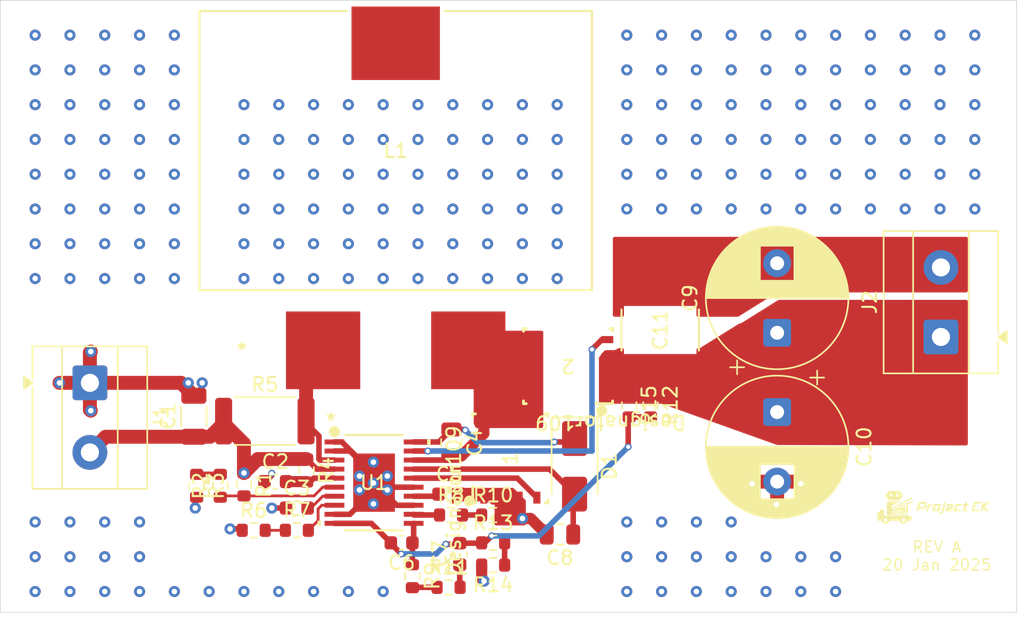
<source format=kicad_pcb>
(kicad_pcb (version 20241229) (generator "pcbnew") (generator_version "9.0")
  (layers (0 "F.Cu" signal) (4 "In1.Cu" signal) (6 "In2.Cu" signal) (2 "B.Cu" signal) (13 "F.Paste" user) (15 "B.Paste" user) (5 "F.SilkS" user "F.Silkscreen") (7 "B.SilkS" user "B.Silkscreen") (1 "F.Mask" user) (3 "B.Mask" user) (25 "Edge.Cuts" user))
  (property "PROJECTNAME" "")
  (property "SHEETTOTAL" "1")
  (net 0 "")
  (net 1 "/SW")
  (net 2 "GND")
  (net 3 "/LO")
  (net 4 "+36V")
  (net 5 "/HO")
  (net 6 "+24V")
  (net 7 "/VIN")
  (net 8 "/SS")
  (net 9 "/BST")
  (net 10 "/RES")
  (net 11 "/COMP")
  (net 12 "FB")
  (net 13 "Net-(C7-Pad1)")
  (net 14 "/VCC")
  (net 15 "/CSN")
  (net 16 "/UVLO")
  (net 17 "Net-(R2-Pad2)")
  (net 18 "Net-(R6-Pad2)")
  (net 19 "/SYNCIN")
  (net 20 "Net-(R10-Pad1)")
  (net 21 "/SLOPE")
  (net 22 "Net-(R11-Pad1)")
  (net 23 "Net-(R13-Pad2)")
  (footprint "Resistor_SMD:R_0603_1608Metric" (layer "F.Cu") (at 175.4 150.6 180)
    (property "Reference" "R14" (at 0 -1.43 0) (layer "F.SilkS"))
    (property "Value" "1.5kΩ")
    (pad "1" smd roundrect (at -0.825 0 180) (size 0.8 0.95) (layers "F.Cu" "F.Mask" "F.Paste") (net 23 "Net-(R13-Pad2)"))
    (pad "2" smd roundrect (at 0.825 0 180) (size 0.8 0.95) (layers "F.Cu" "F.Mask" "F.Paste") (net 2 "GND"))
  )
  (footprint "TerminalBlock_MetzConnect:TerminalBlock_MetzConnect_Type055_RT01502HDWU_1x02_P5.00mm_Horizontal" (layer "F.Cu") (at 207.5675 134.2 90)
    (property "Reference" "J2" (at 2.5 -5.12 90) (layer "F.SilkS"))
    (property "Value" "Conn_01x02_Socket")
    (pad "1" thru_hole roundrect (at 0 0 90) (size 2.5 2.5) (drill 1.3) (layers "*.Cu" "*.Mask") (roundrect_rratio 0.1) (net 4 "+36V"))
    (pad "2" thru_hole circle (at 5 0 90) (size 2.5 2.5) (drill 1.3) (layers "*.Cu" "*.Mask") (net 2 "GND"))
  )
  (footprint "Resistor_SMD:R_0603_1608Metric" (layer "F.Cu") (at 175.4 149)
    (property "Reference" "R13" (at 0 -1.43 0) (layer "F.SilkS"))
    (property "Value" "100Ω")
    (pad "1" smd roundrect (at -0.825 0) (size 0.8 0.95) (layers "F.Cu" "F.Mask" "F.Paste") (net 12 "FB"))
    (pad "2" smd roundrect (at 0.825 0) (size 0.8 0.95) (layers "F.Cu" "F.Mask" "F.Paste") (net 23 "Net-(R13-Pad2)"))
  )
  (footprint "Resistor_SMD:R_2512_6332Metric" (layer "F.Cu") (at 159 140.25)
    (property "Reference" "R5" (at 0 -2.63 0) (layer "F.SilkS"))
    (property "Value" "2mΩ")
    (pad "1" smd roundrect (at -2.9625 0) (size 1.225 3.35) (layers "F.Cu" "F.Mask" "F.Paste") (roundrect_rratio 0.204082) (net 6 "+24V"))
    (pad "2" smd roundrect (at 2.9625 0) (size 1.225 3.35) (layers "F.Cu" "F.Mask" "F.Paste") (roundrect_rratio 0.204082) (net 15 "/CSN"))
  )
  (footprint "Resistor_SMD:R_0603_1608Metric" (layer "F.Cu") (at 172.2 152.2)
    (property "Reference" "R11" (at 0 -1.43 0) (layer "F.SilkS"))
    (property "Value" "3.9kΩ")
    (pad "1" smd roundrect (at -0.825 0) (size 0.8 0.95) (layers "F.Cu" "F.Mask" "F.Paste") (net 22 "Net-(R11-Pad1)"))
    (pad "2" smd roundrect (at 0.825 0) (size 0.8 0.95) (layers "F.Cu" "F.Mask" "F.Paste") (net 13 "Net-(C7-Pad1)"))
  )
  (footprint "Boost_Converter_Footprint_Library:DNK0008A" (layer "F.Cu") (at 180.780001 136.295 180)
    (property "Reference" "2" (at 0 0 180) (layer "F.SilkS"))
    (property "Value" "CSD18540Q5B")
    (fp_text user "Designator109" (at -3.048 -4.064 180) (layer "F.SilkS"))
    (pad "1" smd rect (at -2.819999 -1.905 180) (size 0.860001 0.509999) (layers "F.Cu" "F.Mask" "F.Paste") (net 4 "+36V"))
    (pad "2" smd rect (at -2.819999 -0.635 180) (size 0.860001 0.509999) (layers "F.Cu" "F.Mask" "F.Paste") (net 4 "+36V"))
    (pad "3" smd rect (at -2.819999 0.635 180) (size 0.860001 0.509999) (layers "F.Cu" "F.Mask" "F.Paste") (net 4 "+36V"))
    (pad "4" smd rect (at -2.819999 1.905 180) (size 0.860001 0.509999) (layers "F.Cu" "F.Mask" "F.Paste") (net 5 "/HO"))
    (pad "5" smd rect (at 2.819999 1.905 180) (size 0.860001 0.509999) (layers "F.Cu" "F.Mask" "F.Paste") (net 1 "/SW"))
    (pad "6" smd rect (at 2.819999 0.635 180) (size 0.860001 0.509999) (layers "F.Cu" "F.Mask" "F.Paste") (net 1 "/SW"))
    (pad "7" smd rect (at 2.819999 -0.635 180) (size 0.860001 0.509999) (layers "F.Cu" "F.Mask" "F.Paste") (net 1 "/SW"))
    (pad "8" smd rect (at 2.819999 -1.905 180) (size 0.860001 0.509999) (layers "F.Cu" "F.Mask" "F.Paste") (net 1 "/SW"))
  )
  (footprint "Resistor_SMD:R_0603_1608Metric" (layer "F.Cu") (at 169.6 151.4 -90)
    (property "Reference" "R9" (at 0 -1.43 90) (layer "F.SilkS"))
    (property "Value" "510Ω")
    (pad "1" smd roundrect (at -0.825 0 270) (size 0.8 0.95) (layers "F.Cu" "F.Mask" "F.Paste") (net 11 "/COMP"))
    (pad "2" smd roundrect (at 0.825 0 270) (size 0.8 0.95) (layers "F.Cu" "F.Mask" "F.Paste") (net 22 "Net-(R11-Pad1)"))
  )
  (footprint "Capacitor_SMD:C_0603_1608Metric" (layer "F.Cu") (at 161.3 146.5)
    (property "Reference" "C3" (at 0 -1.43 0) (layer "F.SilkS"))
    (property "Value" "33nF")
    (pad "1" smd roundrect (at -0.775 0) (size 0.9 0.95) (layers "F.Cu" "F.Mask" "F.Paste") (net 2 "GND"))
    (pad "2" smd roundrect (at 0.775 0) (size 0.9 0.95) (layers "F.Cu" "F.Mask" "F.Paste") (net 8 "/SS"))
  )
  (footprint "Resistor_SMD:R_0603_1608Metric" (layer "F.Cu") (at 154.1 144.9 -90)
    (property "Reference" "R3" (at 0 -1.43 90) (layer "F.SilkS"))
    (property "Value" "620 Ω")
    (pad "1" smd roundrect (at -0.825 0 270) (size 0.8 0.95) (layers "F.Cu" "F.Mask" "F.Paste") (net 17 "Net-(R2-Pad2)"))
    (pad "2" smd roundrect (at 0.825 0 270) (size 0.8 0.95) (layers "F.Cu" "F.Mask" "F.Paste") (net 2 "GND"))
  )
  (footprint "Capacitor_SMD:C_1206_3216Metric" (layer "F.Cu") (at 153.9 139.9 90)
    (property "Reference" "C1" (at 0 -1.85 90) (layer "F.SilkS"))
    (property "Value" "47uF")
    (pad "1" smd roundrect (at -1.475 0 90) (size 1.15 1.8) (layers "F.Cu" "F.Mask" "F.Paste") (roundrect_rratio 0.217391) (net 6 "+24V"))
    (pad "2" smd roundrect (at 1.475 0 90) (size 1.15 1.8) (layers "F.Cu" "F.Mask" "F.Paste") (roundrect_rratio 0.217391) (net 2 "GND"))
  )
  (footprint "Resistor_SMD:R_0603_1608Metric" (layer "F.Cu") (at 161.3 148.1)
    (property "Reference" "R7" (at 0 -1.43 0) (layer "F.SilkS"))
    (property "Value" "43 kΩ")
    (pad "1" smd roundrect (at -0.825 0) (size 0.8 0.95) (layers "F.Cu" "F.Mask" "F.Paste") (net 18 "Net-(R6-Pad2)"))
    (pad "2" smd roundrect (at 0.825 0) (size 0.8 0.95) (layers "F.Cu" "F.Mask" "F.Paste") (net 19 "/SYNCIN"))
  )
  (footprint "Capacitor_SMD:C_0805_2012Metric" (layer "F.Cu") (at 172.4 141.8 -90)
    (property "Reference" "C4" (at 0 -1.68 90) (layer "F.SilkS"))
    (property "Value" "1uF")
    (pad "1" smd roundrect (at -0.95 0 270) (size 1 1.45) (layers "F.Cu" "F.Mask" "F.Paste") (net 9 "/BST"))
    (pad "2" smd roundrect (at 0.95 0 270) (size 1 1.45) (layers "F.Cu" "F.Mask" "F.Paste") (net 1 "/SW"))
  )
  (footprint "Resistor_SMD:R_0603_1608Metric" (layer "F.Cu") (at 185.17 139.125 -90)
    (property "Reference" "R15" (at 0 -1.43 90) (layer "F.SilkS"))
    (property "Value" "39kΩ")
    (pad "1" smd roundrect (at -0.825 0 270) (size 0.8 0.95) (layers "F.Cu" "F.Mask" "F.Paste") (net 4 "+36V"))
    (pad "2" smd roundrect (at 0.825 0 270) (size 0.8 0.95) (layers "F.Cu" "F.Mask" "F.Paste") (net 12 "FB"))
  )
  (footprint "Resistor_SMD:R_0603_1608Metric" (layer "F.Cu") (at 158.2 148.1)
    (property "Reference" "R6" (at 0 -1.43 0) (layer "F.SilkS"))
    (property "Value" "200 Ω")
    (pad "1" smd roundrect (at -0.825 0) (size 0.8 0.95) (layers "F.Cu" "F.Mask" "F.Paste") (net 2 "GND"))
    (pad "2" smd roundrect (at 0.825 0) (size 0.8 0.95) (layers "F.Cu" "F.Mask" "F.Paste") (net 18 "Net-(R6-Pad2)"))
  )
  (footprint "Capacitor_THT:CP_Radial_D10.0mm_P5.00mm" (layer "F.Cu") (at 195.8 133.9 90)
    (property "Reference" "C9" (at 2.5 -6.25 90) (layer "F.SilkS"))
    (property "Value" "470uF")
    (pad "1" thru_hole roundrect (at 0 0 90) (size 2 2) (drill 1) (layers "*.Cu" "*.Mask") (roundrect_rratio 0.125) (net 4 "+36V"))
    (pad "2" thru_hole circle (at 5 0 90) (size 2 2) (drill 1) (layers "*.Cu" "*.Mask") (net 2 "GND"))
  )
  (footprint "Resistor_SMD:R_0603_1608Metric" (layer "F.Cu") (at 172.375 147)
    (property "Reference" "R8" (at 0 -1.43 0) (layer "F.SilkS"))
    (property "Value" "390kΩ")
    (pad "1" smd roundrect (at -0.825 0) (size 0.8 0.95) (layers "F.Cu" "F.Mask" "F.Paste") (net 21 "/SLOPE"))
    (pad "2" smd roundrect (at 0.825 0) (size 0.8 0.95) (layers "F.Cu" "F.Mask" "F.Paste") (net 20 "Net-(R10-Pad1)"))
  )
  (footprint "Resistor_SMD:R_0603_1608Metric" (layer "F.Cu") (at 175.4 147)
    (property "Reference" "R10" (at 0 -1.43 0) (layer "F.SilkS"))
    (property "Value" "2kΩ")
    (pad "1" smd roundrect (at -0.825 0) (size 0.8 0.95) (layers "F.Cu" "F.Mask" "F.Paste") (net 20 "Net-(R10-Pad1)"))
    (pad "2" smd roundrect (at 0.825 0) (size 0.8 0.95) (layers "F.Cu" "F.Mask" "F.Paste") (net 2 "GND"))
  )
  (footprint "Resistor_SMD:R_0603_1608Metric" (layer "F.Cu") (at 155.8 144.9 90)
    (property "Reference" "R2" (at 0 -1.43 90) (layer "F.SilkS"))
    (property "Value" "3.6 kΩ")
    (pad "1" smd roundrect (at -0.825 0 90) (size 0.8 0.95) (layers "F.Cu" "F.Mask" "F.Paste") (net 16 "/UVLO"))
    (pad "2" smd roundrect (at 0.825 0 90) (size 0.8 0.95) (layers "F.Cu" "F.Mask" "F.Paste") (net 17 "Net-(R2-Pad2)"))
  )
  (footprint "Resistor_SMD:R_0603_1608Metric" (layer "F.Cu") (at 162 143.8 -90)
    (property "Reference" "R4" (at 0 -1.43 90) (layer "F.SilkS"))
    (property "Value" "3.01Ω")
    (pad "1" smd roundrect (at -0.825 0 270) (size 0.8 0.95) (layers "F.Cu" "F.Mask" "F.Paste") (net 6 "+24V"))
    (pad "2" smd roundrect (at 0.825 0 270) (size 0.8 0.95) (layers "F.Cu" "F.Mask" "F.Paste") (net 7 "/VIN"))
  )
  (footprint "Capacitor_SMD:C_0603_1608Metric" (layer "F.Cu") (at 172.25 145.5)
    (property "Reference" "C5" (at 0 -1.43 0) (layer "F.SilkS"))
    (property "Value" "470nF")
    (pad "1" smd roundrect (at -0.775 0) (size 0.9 0.95) (layers "F.Cu" "F.Mask" "F.Paste") (net 10 "/RES"))
    (pad "2" smd roundrect (at 0.775 0) (size 0.9 0.95) (layers "F.Cu" "F.Mask" "F.Paste") (net 2 "GND"))
  )
  (footprint "Boost_Converter_Footprint_Library:HTSSOP20" (layer "F.Cu") (at 166.8448 144.675)
    (property "Reference" "U1" (at 0 0 0) (layer "F.SilkS"))
    (property "Value" "LM5122QMHX/NOPB")
    (fp_text user "*" (at -3.0988 -4.423601 0) (layer "F.SilkS"))
    (fp_text user "*" (at -3.0988 -4.423601 0) (layer "F.SilkS"))
    (pad "1" smd rect (at -2.8448 -2.925) (size 1.4224 0.3556) (layers "F.Cu" "F.Mask" "F.Paste") (net 2 "GND"))
    (pad "2" smd rect (at -2.8448 -2.274999) (size 1.4224 0.3556) (layers "F.Cu" "F.Mask" "F.Paste") (net 2 "GND"))
    (pad "3" smd rect (at -2.8448 -1.625001) (size 1.4224 0.3556) (layers "F.Cu" "F.Mask" "F.Paste") (net 15 "/CSN"))
    (pad "4" smd rect (at -2.8448 -0.974999) (size 1.4224 0.3556) (layers "F.Cu" "F.Mask" "F.Paste") (net 6 "+24V"))
    (pad "5" smd rect (at -2.8448 -0.325001) (size 1.4224 0.3556) (layers "F.Cu" "F.Mask" "F.Paste") (net 7 "/VIN"))
    (pad "6" smd rect (at -2.8448 0.324998) (size 1.4224 0.3556) (layers "F.Cu" "F.Mask" "F.Paste") (net 16 "/UVLO"))
    (pad "7" smd rect (at -2.8448 0.974999) (size 1.4224 0.3556) (layers "F.Cu" "F.Mask" "F.Paste") (net 8 "/SS"))
    (pad "8" smd rect (at -2.8448 1.624998) (size 1.4224 0.3556) (layers "F.Cu" "F.Mask" "F.Paste") (net 19 "/SYNCIN"))
    (pad "9" smd rect (at -2.8448 2.274999) (size 1.4224 0.3556) (layers "F.Cu" "F.Mask" "F.Paste") (net 2 "GND"))
    (pad "10" smd rect (at -2.8448 2.924998) (size 1.4224 0.3556) (layers "F.Cu" "F.Mask" "F.Paste") (net 12 "FB"))
    (pad "11" smd rect (at 2.8448 2.925) (size 1.4224 0.3556) (layers "F.Cu" "F.Mask" "F.Paste") (net 11 "/COMP"))
    (pad "12" smd rect (at 2.8448 2.275002) (size 1.4224 0.3556) (layers "F.Cu" "F.Mask" "F.Paste") (net 21 "/SLOPE"))
    (pad "13" smd rect (at 2.8448 1.625001) (size 1.4224 0.3556) (layers "F.Cu" "F.Mask" "F.Paste") (net 2 "GND"))
    (pad "14" smd rect (at 2.8448 0.975002) (size 1.4224 0.3556) (layers "F.Cu" "F.Mask" "F.Paste") (net 10 "/RES"))
    (pad "15" smd rect (at 2.8448 0.325001) (size 1.4224 0.3556) (layers "F.Cu" "F.Mask" "F.Paste") (net 2 "GND"))
    (pad "16" smd rect (at 2.8448 -0.324998) (size 1.4224 0.3556) (layers "F.Cu" "F.Mask" "F.Paste") (net 3 "/LO"))
    (pad "17" smd rect (at 2.8448 -0.974999) (size 1.4224 0.3556) (layers "F.Cu" "F.Mask" "F.Paste") (net 14 "/VCC"))
    (pad "18" smd rect (at 2.8448 -1.624998) (size 1.4224 0.3556) (layers "F.Cu" "F.Mask" "F.Paste") (net 1 "/SW"))
    (pad "19" smd rect (at 2.8448 -2.274999) (size 1.4224 0.3556) (layers "F.Cu" "F.Mask" "F.Paste") (net 5 "/HO"))
    (pad "20" smd rect (at 2.8448 -2.924998) (size 1.4224 0.3556) (layers "F.Cu" "F.Mask" "F.Paste") (net 9 "/BST"))
    (pad "21" smd rect (at 0 0) (size 2.9972 4.191) (layers "F.Cu" "F.Mask") (net 2 "GND"))
  )
  (footprint "Capacitor_THT:CP_Radial_D10.0mm_P5.00mm" (layer "F.Cu") (at 195.8 139.6 -90)
    (property "Reference" "C10" (at 2.5 -6.25 90) (layer "F.SilkS"))
    (property "Value" "470uF")
    (pad "1" thru_hole roundrect (at 0 0 270) (size 2 2) (drill 1) (layers "*.Cu" "*.Mask") (roundrect_rratio 0.125) (net 4 "+36V"))
    (pad "2" thru_hole circle (at 5 0 270) (size 2 2) (drill 1) (layers "*.Cu" "*.Mask") (net 2 "GND"))
  )
  (footprint "LOGO" (layer "F.Cu") (at 207 146)
    (property "Reference" "G***" (hide yes))
    (property "Value" "LOGO" (hide yes))
  )
  (footprint "Capacitor_SMD:C_0603_1608Metric" (layer "F.Cu") (at 168.825 149 180)
    (property "Reference" "C6" (at 0 -1.43 0) (layer "F.SilkS"))
    (property "Value" "3.9 nF")
    (pad "1" smd roundrect (at -0.775 0 180) (size 0.9 0.95) (layers "F.Cu" "F.Mask" "F.Paste") (net 11 "/COMP"))
    (pad "2" smd roundrect (at 0.775 0 180) (size 0.9 0.95) (layers "F.Cu" "F.Mask" "F.Paste") (net 12 "FB"))
  )
  (footprint "Capacitor_SMD:C_0603_1608Metric" (layer "F.Cu") (at 159.75 144.6)
    (property "Reference" "C2" (at 0 -1.43 0) (layer "F.SilkS"))
    (property "Value" "470nF")
    (pad "1" smd roundrect (at -0.775 0) (size 0.9 0.95) (layers "F.Cu" "F.Mask" "F.Paste") (net 2 "GND"))
    (pad "2" smd roundrect (at 0.775 0) (size 0.9 0.95) (layers "F.Cu" "F.Mask" "F.Paste") (net 7 "/VIN"))
  )
  (footprint "Capacitor_SMD:C_0805_2012Metric" (layer "F.Cu") (at 180.2 148.4 180)
    (property "Reference" "C8" (at 0 -1.68 0) (layer "F.SilkS"))
    (property "Value" "10uF")
    (pad "1" smd roundrect (at -0.95 0 180) (size 1 1.45) (layers "F.Cu" "F.Mask" "F.Paste") (net 14 "/VCC"))
    (pad "2" smd roundrect (at 0.95 0 180) (size 1 1.45) (layers "F.Cu" "F.Mask" "F.Paste") (net 2 "GND"))
  )
  (footprint "Boost_Converter_Footprint_Library:DNK0008A" (layer "F.Cu") (at 176.635 142.930001 90)
    (property "Reference" "1" (at 0 0 90) (layer "F.SilkS"))
    (property "Value" "CSD18540Q5B")
    (fp_text user "Designator109" (at -3.048 -4.064 90) (layer "F.SilkS"))
    (pad "1" smd rect (at -2.819999 -1.905 90) (size 0.860001 0.509999) (layers "F.Cu" "F.Mask" "F.Paste") (net 2 "GND"))
    (pad "2" smd rect (at -2.819999 -0.635 90) (size 0.860001 0.509999) (layers "F.Cu" "F.Mask" "F.Paste") (net 2 "GND"))
    (pad "3" smd rect (at -2.819999 0.635 90) (size 0.860001 0.509999) (layers "F.Cu" "F.Mask" "F.Paste") (net 2 "GND"))
    (pad "4" smd rect (at -2.819999 1.905 90) (size 0.860001 0.509999) (layers "F.Cu" "F.Mask" "F.Paste") (net 3 "/LO"))
    (pad "5" smd rect (at 2.819999 1.905 90) (size 0.860001 0.509999) (layers "F.Cu" "F.Mask" "F.Paste") (net 1 "/SW"))
    (pad "6" smd rect (at 2.819999 0.635 90) (size 0.860001 0.509999) (layers "F.Cu" "F.Mask" "F.Paste") (net 1 "/SW"))
    (pad "7" smd rect (at 2.819999 -0.635 90) (size 0.860001 0.509999) (layers "F.Cu" "F.Mask" "F.Paste") (net 1 "/SW"))
    (pad "8" smd rect (at 2.819999 -1.905 90) (size 0.860001 0.509999) (layers "F.Cu" "F.Mask" "F.Paste") (net 1 "/SW"))
  )
  (footprint "Resistor_SMD:R_0603_1608Metric" (layer "F.Cu") (at 186.7 139.125 -90)
    (property "Reference" "R12" (at 0 -1.43 90) (layer "F.SilkS"))
    (property "Value" "7.5kΩ")
    (pad "1" smd roundrect (at -0.825 0 270) (size 0.8 0.95) (layers "F.Cu" "F.Mask" "F.Paste") (net 4 "+36V"))
    (pad "2" smd roundrect (at 0.825 0 270) (size 0.8 0.95) (layers "F.Cu" "F.Mask" "F.Paste") (net 12 "FB"))
  )
  (footprint "Diode_SMD:D_SMA" (layer "F.Cu") (at 181.25 143.5 -90)
    (property "Reference" "D1" (at 0 -2.5 90) (layer "F.SilkS"))
    (property "Value" "D_Schottky")
    (pad "1" smd roundrect (at -2 0 270) (size 2.5 1.8) (layers "F.Cu" "F.Mask" "F.Paste") (roundrect_rratio 0.1388888889) (net 9 "/BST"))
    (pad "2" smd roundrect (at 2 0 270) (size 2.5 1.8) (layers "F.Cu" "F.Mask" "F.Paste") (roundrect_rratio 0.1388888889) (net 14 "/VCC"))
  )
  (footprint "Boost_Converter_Footprint_Library:K-55_MUR" (layer "F.Cu") (at 187.4 133.7 90)
    (property "Reference" "C11" (at 0 0 90) (layer "F.SilkS"))
    (property "Value" "47uF")
    (pad "1" smd rect (at -2.5908 0 90) (size 1.6256 5.3086) (layers "F.Cu" "F.Mask" "F.Paste") (net 4 "+36V"))
    (pad "2" smd rect (at 2.5908 0 90) (size 1.6256 5.3086) (layers "F.Cu" "F.Mask" "F.Paste") (net 2 "GND"))
    (zone (net 0) (net_name "") (layer "F.Cu") (connect_pads (clearance 0)) (min_thickness 0.254)
      (keepout (tracks not_allowed) (vias not_allowed) (pads allowed) (copperpour not_allowed) (footprints allowed))
      (fill (thermal_gap 0.508) (thermal_bridge_width 0.508))
      (polygon (pts (xy 184.7965 135.4272) (xy 184.7965 131.9728) (xy 190.0035 131.9728) (xy 190.0035 135.4272)))
    )
  )
  (footprint "Resistor_SMD:R_0603_1608Metric" (layer "F.Cu") (at 157.5 144.8 -90)
    (property "Reference" "R1" (at 0 -1.43 90) (layer "F.SilkS"))
    (property "Value" "49.9kΩ")
    (pad "1" smd roundrect (at -0.825 0 270) (size 0.8 0.95) (layers "F.Cu" "F.Mask" "F.Paste") (net 6 "+24V"))
    (pad "2" smd roundrect (at 0.825 0 270) (size 0.8 0.95) (layers "F.Cu" "F.Mask" "F.Paste") (net 16 "/UVLO"))
  )
  (footprint "Capacitor_SMD:C_0603_1608Metric" (layer "F.Cu") (at 173 149.8 90)
    (property "Reference" "C7" (at 0 -1.43 90) (layer "F.SilkS"))
    (property "Value" "220nF")
    (pad "1" smd roundrect (at -0.775 0 90) (size 0.9 0.95) (layers "F.Cu" "F.Mask" "F.Paste") (net 13 "Net-(C7-Pad1)"))
    (pad "2" smd roundrect (at 0.775 0 90) (size 0.9 0.95) (layers "F.Cu" "F.Mask" "F.Paste") (net 12 "FB"))
  )
  (footprint "TerminalBlock_MetzConnect:TerminalBlock_MetzConnect_Type055_RT01502HDWU_1x02_P5.00mm_Horizontal" (layer "F.Cu") (at 146.4325 137.5 -90)
    (property "Reference" "J1" (at 2.5 -5.12 90) (layer "F.SilkS"))
    (property "Value" "Conn_01x02_Socket")
    (pad "1" thru_hole roundrect (at 0 0 270) (size 2.5 2.5) (drill 1.3) (layers "*.Cu" "*.Mask") (roundrect_rratio 0.1) (net 2 "GND"))
    (pad "2" thru_hole circle (at 5 0 270) (size 2.5 2.5) (drill 1.3) (layers "*.Cu" "*.Mask") (net 6 "+24V"))
  )
  (footprint "Boost_Converter_Footprint_Library:IND_SER2918H_COC" (layer "F.Cu") (at 168.4 120.8063)
    (property "Reference" "L1" (at 0 0 0) (layer "F.SilkS"))
    (property "Value" "22uH")
    (fp_text user "*" (at -11.065 14.355 0) (layer "F.SilkS"))
    (fp_text user "*" (at -11.065 14.355 0) (layer "F.SilkS"))
    (pad "1" smd rect (at -5.215001 14.355001) (size 5.334 5.588) (layers "F.Cu" "F.Mask" "F.Paste") (net 15 "/CSN"))
    (pad "2" smd rect (at 5.214998 14.355001) (size 5.334 5.588) (layers "F.Cu" "F.Mask" "F.Paste") (net 1 "/SW"))
    (pad "3" smd rect (at 0 -7.72) (size 6.35 5.2832) (layers "F.Cu" "F.Mask" "F.Paste"))
  )
  (gr_circle (center 183.2 139.5) (end 183.5 139.5) (stroke (width 0.2)) (fill yes) (layer "F.SilkS"))
  (gr_circle (center 164 141) (end 164.3 141) (stroke (width 0.2)) (fill yes) (layer "F.SilkS"))
  (gr_circle (center 173.7 146) (end 174 146) (stroke (width 0.2)) (fill yes) (layer "F.SilkS"))
  (gr_line (start 140 110) (end 140 154) (stroke (width 0.05)) (layer "Edge.Cuts"))
  (gr_line (start 140 154) (end 213 154) (stroke (width 0.05)) (layer "Edge.Cuts"))
  (gr_line (start 213 110) (end 140 110) (stroke (width 0.05)) (layer "Edge.Cuts"))
  (gr_line (start 213 154) (end 213 110) (stroke (width 0.05)) (layer "Edge.Cuts"))
  (gr_text "REV A\n20 Jan 2025" (at 207.2715 151.054636 0) (layer "F.SilkS") (effects (font (size 0.8 0.8) (thickness 0.1)) (justify bottom)))
  (segment (start 172.199998 143.050002) (end 172.4 142.85) (width 0.4) (layer "F.Cu") (net 1))
  (segment (start 172.099998 143.050002) (end 172.4 142.75) (width 0.4) (layer "F.Cu") (net 1))
  (segment (start 169.6896 143.050002) (end 172.099998 143.050002) (width 0.4) (layer "F.Cu") (net 1))
  (segment (start 173.125 142.75) (end 174.73 141.145) (width 0.8) (layer "F.Cu") (net 1))
  (segment (start 172.4 142.75) (end 173.125 142.75) (width 0.8) (layer "F.Cu") (net 1))
  (segment (start 174.73 141.145) (end 174.73 140.110002) (width 0.8) (layer "F.Cu") (net 1))
  (segment (start 159.5 144.15) (end 159.05 144.6) (width 0.4) (layer "F.Cu") (net 2))
  (segment (start 159.5 144) (end 159.5 144.15) (width 0.4) (layer "F.Cu") (net 2))
  (segment (start 174.575 150.6) (end 174.575 151.575) (width 0.8) (layer "F.Cu") (net 2))
  (segment (start 153.5 138.025) (end 153.9 138.425) (width 0.4) (layer "F.Cu") (net 2))
  (segment (start 195.8 146.2) (end 195.75 146.25) (width 1) (layer "F.Cu") (net 2))
  (segment (start 146.4325 137.5) (end 152.975 137.5) (width 1) (layer "F.Cu") (net 2))
  (segment (start 167.169801 145.000001) (end 166.8448 144.675) (width 0.4) (layer "F.Cu") (net 2))
  (segment (start 154 146.5) (end 154 145.825) (width 0.4) (layer "F.Cu") (net 2))
  (segment (start 178.1 147.25) (end 179.25 148.4) (width 0.8) (layer "F.Cu") (net 2))
  (segment (start 152.975 137.5) (end 153.9 138.425) (width 1) (layer "F.Cu") (net 2))
  (segment (start 169.6896 145.000001) (end 167.169801 145.000001) (width 0.4) (layer "F.Cu") (net 2))
  (segment (start 154 145.825) (end 154.1 145.725) (width 0.4) (layer "F.Cu") (net 2))
  (segment (start 195.8 144.6) (end 194.15 144.6) (width 1) (layer "F.Cu") (net 2))
  (segment (start 146.4325 137.5) (end 146.4325 139.4325) (width 1) (layer "F.Cu") (net 2))
  (segment (start 146.4325 137.5) (end 146.4325 135.3175) (width 1) (layer "F.Cu") (net 2))
  (segment (start 169.6896 146.300001) (end 168.469801 146.300001) (width 0.4) (layer "F.Cu") (net 2))
  (segment (start 166.8448 144.133601) (end 165.1112 142.400001) (width 0.4) (layer "F.Cu") (net 2))
  (segment (start 146.4325 137.5) (end 144.25 137.5) (width 1) (layer "F.Cu") (net 2))
  (segment (start 159.5 146.5) (end 160.525 146.5) (width 0.4) (layer "F.Cu") (net 2))
  (segment (start 197.35 144.6) (end 197.5 144.75) (width 1) (layer "F.Cu") (net 2))
  (segment (start 157.275 148) (end 157.375 148.1) (width 0.4) (layer "F.Cu") (net 2))
  (segment (start 146.4325 139.4325) (end 146.5 139.5) (width 1) (layer "F.Cu") (net 2))
  (segment (start 154.5 137.825) (end 153.9 138.425) (width 0.4) (layer "F.Cu") (net 2))
  (segment (start 195.8 144.6) (end 197.35 144.6) (width 1) (layer "F.Cu") (net 2))
  (segment (start 174.575 151.575) (end 174.75 151.75) (width 0.8) (layer "F.Cu") (net 2))
  (segment (start 165.1112 142.400001) (end 164 142.400001) (width 0.4) (layer "F.Cu") (net 2))
  (segment (start 153.5 137.5) (end 153.5 138.025) (width 0.4) (layer "F.Cu") (net 2))
  (segment (start 166.8448 144.675) (end 166.8448 144.133601) (width 0.4) (layer "F.Cu") (net 2))
  (segment (start 164 141.75) (end 164.5334 141.75) (width 0.4) (layer "F.Cu") (net 2))
  (segment (start 164 146.949999) (end 165.1112 146.949999) (width 0.4) (layer "F.Cu") (net 2))
  (segment (start 194.15 144.6) (end 194 144.75) (width 1) (layer "F.Cu") (net 2))
  (segment (start 154.5 137.5) (end 154.5 137.825) (width 0.4) (layer "F.Cu") (net 2))
  (segment (start 164.5334 141.75) (end 166.8448 144.0614) (width 0.4) (layer "F.Cu") (net 2))
  (segment (start 177.5 147.25) (end 178.1 147.25) (width 0.8) (layer "F.Cu") (net 2))
  (segment (start 165.1112 146.949999) (end 166.8 145.261199) (width 0.4) (layer "F.Cu") (net 2))
  (segment (start 195.8 144.6) (end 195.8 146.2) (width 1) (layer "F.Cu") (net 2))
  (segment (start 166.8448 144.0614) (end 166.8448 144.675) (width 0.4) (layer "F.Cu") (net 2))
  (segment (start 156.5 148) (end 157.275 148) (width 0.4) (layer "F.Cu") (net 2))
  (segment (start 146.4325 135.3175) (end 146.5 135.25) (width 1) (layer "F.Cu") (net 2))
  (segment (start 168.469801 146.300001) (end 166.8448 144.675) (width 0.4) (layer "F.Cu") (net 2))
  (segment (start 166.8 145.261199) (end 166.8 144.7) (width 0.4) (layer "F.Cu") (net 2))
  (via (at 187.5 147.5) (size 0.8) (drill 0.4) (layers "F.Cu" "B.Cu") (net 2))
  (via (at 152.5 120) (size 0.8) (drill 0.4) (layers "F.Cu" "B.Cu") (net 2))
  (via (at 162.5 130) (size 0.8) (drill 0.4) (layers "F.Cu" "B.Cu") (net 2))
  (via (at 180 125) (size 0.8) (drill 0.4) (layers "F.Cu" "B.Cu") (net 2))
  (via (at 157.5 125) (size 0.8) (drill 0.4) (layers "F.Cu" "B.Cu") (net 2))
  (via (at 210 117.5) (size 0.8) (drill 0.4) (layers "F.Cu" "B.Cu") (net 2))
  (via (at 177.5 120) (size 0.8) (drill 0.4) (layers "F.Cu" "B.Cu") (net 2))
  (via (at 167.5 152.5) (size 0.8) (drill 0.4) (layers "F.Cu" "B.Cu") (net 2))
  (via (at 190 150) (size 0.8) (drill 0.4) (layers "F.Cu" "B.Cu") (net 2))
  (via (at 192.5 125) (size 0.8) (drill 0.4) (layers "F.Cu" "B.Cu") (net 2))
  (via (at 165 122.5) (size 0.8) (drill 0.4) (layers "F.Cu" "B.Cu") (net 2))
  (via (at 145 122.5) (size 0.8) (drill 0.4) (layers "F.Cu" "B.Cu") (net 2))
  (via (at 147.5 117.5) (size 0.8) (drill 0.4) (layers "F.Cu" "B.Cu") (net 2))
  (via (at 210 122.5) (size 0.8) (drill 0.4) (layers "F.Cu" "B.Cu") (net 2))
  (via (at 145 112.5) (size 0.8) (drill 0.4) (layers "F.Cu" "B.Cu") (net 2))
  (via (at 145 130) (size 0.8) (drill 0.4) (layers "F.Cu" "B.Cu") (net 2))
  (via (at 192.5 147.5) (size 0.8) (drill 0.4) (layers "F.Cu" "B.Cu") (net 2))
  (via (at 145 125) (size 0.8) (drill 0.4) (layers "F.Cu" "B.Cu") (net 2))
  (via (at 177.5 125) (size 0.8) (drill 0.4) (layers "F.Cu" "B.Cu") (net 2))
  (via (at 170 125) (size 0.8) (drill 0.4) (layers "F.Cu" "B.Cu") (net 2))
  (via (at 195 115) (size 0.8) (drill 0.4) (layers "F.Cu" "B.Cu") (net 2))
  (via (at 205 112.5) (size 0.8) (drill 0.4) (layers "F.Cu" "B.Cu") (net 2))
  (via (at 207.5 120) (size 0.8) (drill 0.4) (layers "F.Cu" "B.Cu") (net 2))
  (via (at 152.5 122.5) (size 0.8) (drill 0.4) (layers "F.Cu" "B.Cu") (net 2))
  (via (at 210 112.5) (size 0.8) (drill 0.4) (layers "F.Cu" "B.Cu") (net 2))
  (via (at 200 125) (size 0.8) (drill 0.4) (layers "F.Cu" "B.Cu") (net 2))
  (via (at 162.5 117.5) (size 0.8) (drill 0.4) (layers "F.Cu" "B.Cu") (net 2))
  (via (at 142.5 152.5) (size 0.8) (drill 0.4) (layers "F.Cu" "B.Cu") (net 2))
  (via (at 192.5 120) (size 0.8) (drill 0.4) (layers "F.Cu" "B.Cu") (net 2))
  (via (at 195 117.5) (size 0.8) (drill 0.4) (layers "F.Cu" "B.Cu") (net 2))
  (via (at 185 115) (size 0.8) (drill 0.4) (layers "F.Cu" "B.Cu") (net 2))
  (via (at 145 150) (size 0.8) (drill 0.4) (layers "F.Cu" "B.Cu") (net 2))
  (via (at 157.5 117.5) (size 0.8) (drill 0.4) (layers "F.Cu" "B.Cu") (net 2))
  (via (at 197.5 144.75) (size 0.8) (drill 0.4) (layers "F.Cu" "B.Cu") (net 2))
  (via (at 200 115) (size 0.8) (drill 0.4) (layers "F.Cu" "B.Cu") (net 2))
  (via (at 146.5 135.25) (size 0.8) (drill 0.4) (layers "F.Cu" "B.Cu") (net 2))
  (via (at 187.5 125) (size 0.8) (drill 0.4) (layers "F.Cu" "B.Cu") (net 2))
  (via (at 150 150) (size 0.8) (drill 0.4) (layers "F.Cu" "B.Cu") (net 2))
  (via (at 187.5 120) (size 0.8) (drill 0.4) (layers "F.Cu" "B.Cu") (net 2))
  (via (at 174.75 151.75) (size 0.8) (drill 0.4) (layers "F.Cu" "B.Cu") (net 2))
  (via (at 167.5 120) (size 0.8) (drill 0.4) (layers "F.Cu" "B.Cu") (net 2))
  (via (at 159.5 144) (size 0.5) (drill 0.3) (layers "F.Cu" "B.Cu") (net 2))
  (via (at 165 120) (size 0.8) (drill 0.4) (layers "F.Cu" "B.Cu") (net 2))
  (via (at 154.5 137.5) (size 0.8) (drill 0.4) (layers "F.Cu" "B.Cu") (net 2))
  (via (at 190 120) (size 0.8) (drill 0.4) (layers "F.Cu" "B.Cu") (net 2))
  (via (at 152.5 117.5) (size 0.8) (drill 0.4) (layers "F.Cu" "B.Cu") (net 2))
  (via (at 205 115) (size 0.8) (drill 0.4) (layers "F.Cu" "B.Cu") (net 2))
  (via (at 152.5 125) (size 0.8) (drill 0.4) (layers "F.Cu" "B.Cu") (net 2))
  (via (at 160 120) (size 0.8) (drill 0.4) (layers "F.Cu" "B.Cu") (net 2))
  (via (at 195 152.5) (size 0.8) (drill 0.4) (layers "F.Cu" "B.Cu") (net 2))
  (via (at 197.5 152.5) (size 0.8) (drill 0.4) (layers "F.Cu" "B.Cu") (net 2))
  (via (at 147.5 130) (size 0.8) (drill 0.4) (layers "F.Cu" "B.Cu") (net 2))
  (via (at 192.5 152.5) (size 0.8) (drill 0.4) (layers "F.Cu" "B.Cu") (net 2))
  (via (at 147.5 125) (size 0.8) (drill 0.4) (layers "F.Cu" "B.Cu") (net 2))
  (via (at 154 146.5) (size 0.8) (drill 0.4) (layers "F.Cu" "B.Cu") (net 2))
  (via (at 145 152.5) (size 0.8) (drill 0.4) (layers "F.Cu" "B.Cu") (net 2))
  (via (at 205 120) (size 0.8) (drill 0.4) (layers "F.Cu" "B.Cu") (net 2))
  (via (at 162.5 125) (size 0.8) (drill 0.4) (layers "F.Cu" "B.Cu") (net 2))
  (via (at 152.5 112.5) (size 0.8) (drill 0.4) (layers "F.Cu" "B.Cu") (net 2))
  (via (at 210 120) (size 0.8) (drill 0.4) (layers "F.Cu" "B.Cu") (net 2))
  (via (at 147.5 122.5) (size 0.8) (drill 0.4) (layers "F.Cu" "B.Cu") (net 2))
  (via (at 185 150) (size 0.8) (drill 0.4) (layers "F.Cu" "B.Cu") (net 2))
  (via (at 202.5 125) (size 0.8) (drill 0.4) (layers "F.Cu" "B.Cu") (net 2))
  (via (at 202.5 117.5) (size 0.8) (drill 0.4) (layers "F.Cu" "B.Cu") (net 2))
  (via (at 197.5 122.5) (size 0.8) (drill 0.4) (layers "F.Cu" "B.Cu") (net 2))
  (via (at 150 147.5) (size 0.8) (drill 0.4) (layers "F.Cu" "B.Cu") (net 2))
  (via (at 185 147.5) (size 0.8) (drill 0.4) (layers "F.Cu" "B.Cu") (net 2))
  (via (at 144.25 137.5) (size 0.8) (drill 0.4) (layers "F.Cu" "B.Cu") (net 2))
  (via (at 172.5 120) (size 0.8) (drill 0.4) (layers "F.Cu" "B.Cu") (net 2))
  (via (at 172.5 122.5) (size 0.8) (drill 0.4) (layers "F.Cu" "B.Cu") (net 2))
  (via (at 177.5 127.5) (size 0.8) (drill 0.4) (layers "F.Cu" "B.Cu") (net 2))
  (via (at 167.8 144.2) (size 0.8) (drill 0.4) (layers "F.Cu" "B.Cu") (net 2))
  (via (at 167.5 130) (size 0.8) (drill 0.4) (layers "F.Cu" "B.Cu") (net 2))
  (via (at 147.5 115) (size 0.8) (drill 0.4) (layers "F.Cu" "B.Cu") (net 2))
  (via (at 192.5 150) (size 0.8) (drill 0.4) (layers "F.Cu" "B.Cu") (net 2))
  (via (at 210 125) (size 0.8) (drill 0.4) (layers "F.Cu" "B.Cu") (net 2))
  (via (at 177.5 147.25) (size 0.8) (drill 0.4) (layers "F.Cu" "B.Cu") (net 2))
  (via (at 185 117.5) (size 0.8) (drill 0.4) (layers "F.Cu" "B.Cu") (net 2))
  (via (at 142.5 112.5) (size 0.8) (drill 0.4) (layers "F.Cu" "B.Cu") (net 2))
  (via (at 167.5 122.5) (size 0.8) (drill 0.4) (layers "F.Cu" "B.Cu") (net 2))
  (via (at 160 127.5) (size 0.8) (drill 0.4) (layers "F.Cu" "B.Cu") (net 2))
  (via (at 175 117.5) (size 0.8) (drill 0.4) (layers "F.Cu" "B.Cu") (net 2))
  (via (at 190 147.5) (size 0.8) (drill 0.4) (layers "F.Cu" "B.Cu") (net 2))
  (via (at 162.5 152.5) (size 0.8) (drill 0.4) (layers "F.Cu" "B.Cu") (net 2))
  (via (at 195 125) (size 0.8) (drill 0.4) (layers "F.Cu" "B.Cu") (net 2))
  (via (at 145 120) (size 0.8) (drill 0.4) (layers "F.Cu" "B.Cu") (net 2))
  (via (at 152.5 130) (size 0.8) (drill 0.4) (layers "F.Cu" "B.Cu") (net 2))
  (via (at 162.5 127.5) (size 0.8) (drill 0.4) (layers "F.Cu" "B.Cu") (net 2))
  (via (at 202.5 120) (size 0.8) (drill 0.4) (layers "F.Cu" "B.Cu") (net 2))
  (via (at 205 122.5) (size 0.8) (drill 0.4) (layers "F.Cu" "B.Cu") (net 2))
  (via (at 145 115) (size 0.8) (drill 0.4) (layers "F.Cu" "B.Cu") (net 2))
  (via (at 197.5 115) (size 0.8) (drill 0.4) (layers "F.Cu" "B.Cu") (net 2))
  (via (at 205 117.5) (size 0.8) (drill 0.4) (layers "F.Cu" "B.Cu") (net 2))
  (via (at 150 112.5) (size 0.8) (drill 0.4) (layers "F.Cu" "B.Cu") (net 2))
  (via (at 195 122.5) (size 0.8) (drill 0.4) (layers "F.Cu" "B.Cu") (net 2))
  (via (at 170 120) (size 0.8) (drill 0.4) (layers "F.Cu" "B.Cu") (net 2))
  (via (at 172.5 130) (size 0.8) (drill 0.4) (layers "F.Cu" "B.Cu") (net 2))
  (via (at 142.5 125) (size 0.8) (drill 0.4) (layers "F.Cu" "B.Cu") (net 2))
  (via (at 160 117.5) (size 0.8) (drill 0.4) (layers "F.Cu" "B.Cu") (net 2))
  (via (at 147.5 112.5) (size 0.8) (drill 0.4) (layers "F.Cu" "B.Cu") (net 2))
  (via (at 162.5 120) (size 0.8) (drill 0.4) (layers "F.Cu" "B.Cu") (net 2))
  (via (at 160 130) (size 0.8) (drill 0.4) (layers "F.Cu" "B.Cu") (net 2))
  (via (at 187.5 117.5) (size 0.8) (drill 0.4) (layers "F.Cu" "B.Cu") (net 2))
  (via (at 200 112.5) (size 0.8) (drill 0.4) (layers "F.Cu" "B.Cu") (net 2))
  (via (at 210 115) (size 0.8) (drill 0.4) (layers "F.Cu" "B.Cu") (net 2))
  (via (at 202.5 115) (size 0.8) (drill 0.4) (layers "F.Cu" "B.Cu") (net 2))
  (via (at 162.5 122.5) (size 0.8) (drill 0.4) (layers "F.Cu" "B.Cu") (net 2))
  (via (at 194 144.75) (size 0.8) (drill 0.4) (layers "F.Cu" "B.Cu") (net 2))
  (via (at 177.5 117.5) (size 0.8) (drill 0.4) (layers "F.Cu" "B.Cu") (net 2))
  (via (at 167.5 127.5) (size 0.8) (drill 0.4) (layers "F.Cu" "B.Cu") (net 2))
  (via (at 190 115) (size 0.8) (drill 0.4) (layers "F.Cu" "B.Cu") (net 2))
  (via (at 159.5 146.5) (size 0.8) (drill 0.4) (layers "F.Cu" "B.Cu") (net 2))
  (via (at 165.8 144.2) (size 0.8) (drill 0.4) (layers "F.Cu" "B.Cu") (net 2))
  (via (at 152.5 115) (size 0.8) (drill 0.4) (layers "F.Cu" "B.Cu") (net 2))
  (via (at 190 152.5) (size 0.8) (drill 0.4) (layers "F.Cu" "B.Cu") (net 2))
  (via (at 150 120) (size 0.8) (drill 0.4) (layers "F.Cu" "B.Cu") (net 2))
  (via (at 175 127.5) (size 0.8) (drill 0.4) (layers "F.Cu" "B.Cu") (net 2))
  (via (at 195 120) (size 0.8) (drill 0.4) (layers "F.Cu" "B.Cu") (net 2))
  (via (at 185 120) (size 0.8) (drill 0.4) (layers "F.Cu" "B.Cu") (net 2))
  (via (at 157.5 122.5) (size 0.8) (drill 0.4) (layers "F.Cu" "B.Cu") (net 2))
  (via (at 147.5 147.5) (size 0.8) (drill 0.4) (layers "F.Cu" "B.Cu") (net 2))
  (via (at 147.5 150) (size 0.8) (drill 0.4) (layers "F.Cu" "B.Cu") (net 2))
  (via (at 207.5 115) (size 0.8) (drill 0.4) (layers "F.Cu" "B.Cu") (net 2))
  (via (at 165 152.5) (size 0.8) (drill 0.4) (layers "F.Cu" "B.Cu") (net 2))
  (via (at 202.5 122.5) (size 0.8) (drill 0.4) (layers "F.Cu" "B.Cu") (net 2))
  (via (at 197.5 125) (size 0.8) (drill 0.4) (layers "F.Cu" "B.Cu") (net 2))
  (via (at 170 122.5) (size 0.8) (drill 0.4) (layers "F.Cu" "B.Cu") (net 2))
  (via (at 150 117.5) (size 0.8) (drill 0.4) (layers "F.Cu" "B.Cu") (net 2))
  (via (at 177.5 130) (size 0.8) (drill 0.4) (layers "F.Cu" "B.Cu") (net 2))
  (via (at 142.5 150) (size 0.8) (drill 0.4) (layers "F.Cu" "B.Cu") (net 2))
  (via (at 175 120) (size 0.8) (drill 0.4) (layers "F.Cu" "B.Cu") (net 2))
  (via (at 180 127.5) (size 0.8) (drill 0.4) (layers "F.Cu" "B.Cu") (net 2))
  (via (at 202.5 112.5) (size 0.8) (drill 0.4) (layers "F.Cu" "B.Cu") (net 2))
  (via (at 195 112.5) (size 0.8) (drill 0.4) (layers "F.Cu" "B.Cu") (net 2))
  (via (at 145 127.5) (size 0.8) (drill 0.4) (layers "F.Cu" "B.Cu") (net 2))
  (via (at 180 120) (size 0.8) (drill 0.4) (layers "F.Cu" "B.Cu") (net 2))
  (via (at 160 125) (size 0.8) (drill 0.4) (layers "F.Cu" "B.Cu") (net 2))
  (via (at 167.8 145.2) (size 0.8) (drill 0.4) (layers "F.Cu" "B.Cu") (net 2))
  (via (at 147.5 127.5) (size 0.8) (drill 0.4) (layers "F.Cu" "B.Cu") (net 2))
  (via (at 195 150) (size 0.8) (drill 0.4) (layers "F.Cu" "B.Cu") (net 2))
  (via (at 167.5 125) (size 0.8) (drill 0.4) (layers "F.Cu" "B.Cu") (net 2))
  (via (at 197.5 120) (size 0.8) (drill 0.4) (layers "F.Cu" "B.Cu") (net 2))
  (via (at 160 152.5) (size 0.8) (drill 0.4) (layers "F.Cu" "B.Cu") (net 2))
  (via (at 157.5 120) (size 0.8) (drill 0.4) (layers "F.Cu" "B.Cu") (net 2))
  (via (at 165 125) (size 0.8) (drill 0.4) (layers "F.Cu" "B.Cu") (net 2))
  (via (at 150 115) (size 0.8) (drill 0.4) (layers "F.Cu" "B.Cu") (net 2))
  (via (at 166.8 146.2) (size 0.8) (drill 0.4) (layers "F.Cu" "B.Cu") (net 2))
  (via (at 200 120) (size 0.8) (drill 0.4) (layers "F.Cu" "B.Cu") (net 2))
  (via (at 166.8 144.7) (size 0.8) (drill 0.4) (layers "F.Cu" "B.Cu") (net 2))
  (via (at 185 122.5) (size 0.8) (drill 0.4) (layers "F.Cu" "B.Cu") (net 2))
  (via (at 187.5 150) (size 0.8) (drill 0.4) (layers "F.Cu" "B.Cu") (net 2))
  (via (at 192.5 122.5) (size 0.8) (drill 0.4) (layers "F.Cu" "B.Cu") (net 2))
  (via (at 187.5 122.5) (size 0.8) (drill 0.4) (layers "F.Cu" "B.Cu") (net 2))
  (via (at 145 147.5) (size 0.8) (drill 0.4) (layers "F.Cu" "B.Cu") (net 2))
  (via (at 190 122.5) (size 0.8) (drill 0.4) (layers "F.Cu" "B.Cu") (net 2))
  (via (at 207.5 122.5) (size 0.8) (drill 0.4) (layers "F.Cu" "B.Cu") (net 2))
  (via (at 192.5 115) (size 0.8) (drill 0.4) (layers "F.Cu" "B.Cu") (net 2))
  (via (at 167.5 117.5) (size 0.8) (drill 0.4) (layers "F.Cu" "B.Cu") (net 2))
  (via (at 170 130) (size 0.8) (drill 0.4) (layers "F.Cu" "B.Cu") (net 2))
  (via (at 175 130) (size 0.8) (drill 0.4) (layers "F.Cu" "B.Cu") (net 2))
  (via (at 172.5 117.5) (size 0.8) (drill 0.4) (layers "F.Cu" "B.Cu") (net 2))
  (via (at 187.5 115) (size 0.8) (drill 0.4) (layers "F.Cu" "B.Cu") (net 2))
  (via (at 192.5 112.5) (size 0.8) (drill 0.4) (layers "F.Cu" "B.Cu") (net 2))
  (via (at 187.5 152.5) (size 0.8) (drill 0.4) (layers "F.Cu" "B.Cu") (net 2))
  (via (at 150 130) (size 0.8) (drill 0.4) (layers "F.Cu" "B.Cu") (net 2))
  (via (at 160 122.5) (size 0.8) (drill 0.4) (layers "F.Cu" "B.Cu") (net 2))
  (via (at 142.5 130) (size 0.8) (drill 0.4) (layers "F.Cu" "B.Cu") (net 2))
  (via (at 165 117.5) (size 0.8) (drill 0.4) (layers "F.Cu" "B.Cu") (net 2))
  (via (at 180 130) (size 0.8) (drill 0.4) (layers "F.Cu" "B.Cu") (net 2))
  (via (at 150 127.5) (size 0.8) (drill 0.4) (layers "F.Cu" "B.Cu") (net 2))
  (via (at 146.5 139.5) (size 0.8) (drill 0.4) (layers "F.Cu" "B.Cu") (net 2))
  (via (at 157.5 152.5) (size 0.8) (drill 0.4) (layers "F.Cu" "B.Cu") (net 2))
  (via (at 192.5 117.5) (size 0.8) (drill 0.4) (layers "F.Cu" "B.Cu") (net 2))
  (via (at 142.5 117.5) (size 0.8) (drill 0.4) (layers "F.Cu" "B.Cu") (net 2))
  (via (at 165 130) (size 0.8) (drill 0.4) (layers "F.Cu" "B.Cu") (net 2))
  (via (at 180 122.5) (size 0.8) (drill 0.4) (layers "F.Cu" "B.Cu") (net 2))
  (via (at 200 117.5) (size 0.8) (drill 0.4) (layers "F.Cu" "B.Cu") (net 2))
  (via (at 172.5 127.5) (size 0.8) (drill 0.4) (layers "F.Cu" "B.Cu") (net 2))
  (via (at 145 117.5) (size 0.8) (drill 0.4) (layers "F.Cu" "B.Cu") (net 2))
  (via (at 190 112.5) (size 0.8) (drill 0.4) (layers "F.Cu" "B.Cu") (net 2))
  (via (at 197.5 150) (size 0.8) (drill 0.4) (layers "F.Cu" "B.Cu") (net 2))
  (via (at 150 122.5) (size 0.8) (drill 0.4) (layers "F.Cu" "B.Cu") (net 2))
  (via (at 142.5 147.5) (size 0.8) (drill 0.4) (layers "F.Cu" "B.Cu") (net 2))
  (via (at 142.5 122.5) (size 0.8) (drill 0.4) (layers "F.Cu" "B.Cu") (net 2))
  (via (at 150 125) (size 0.8) (drill 0.4) (layers "F.Cu" "B.Cu") (net 2))
  (via (at 142.5 127.5) (size 0.8) (drill 0.4) (layers "F.Cu" "B.Cu") (net 2))
  (via (at 170 127.5) (size 0.8) (drill 0.4) (layers "F.Cu" "B.Cu") (net 2))
  (via (at 152.5 127.5) (size 0.8) (drill 0.4) (layers "F.Cu" "B.Cu") (net 2))
  (via (at 190 125) (size 0.8) (drill 0.4) (layers "F.Cu" "B.Cu") (net 2))
  (via (at 185 152.5) (size 0.8) (drill 0.4) (layers "F.Cu" "B.Cu") (net 2))
  (via (at 185 125) (size 0.8) (drill 0.4) (layers "F.Cu" "B.Cu") (net 2))
  (via (at 207.5 117.5) (size 0.8) (drill 0.4) (layers "F.Cu" "B.Cu") (net 2))
  (via (at 165.8 145.2) (size 0.8) (drill 0.4) (layers "F.Cu" "B.Cu") (net 2))
  (via (at 142.5 115) (size 0.8) (drill 0.4) (layers "F.Cu" "B.Cu") (net 2))
  (via (at 175 125) (size 0.8) (drill 0.4) (layers "F.Cu" "B.Cu") (net 2))
  (via (at 166.8 143.2) (size 0.8) (drill 0.4) (layers "F.Cu" "B.Cu") (net 2))
  (via (at 150 152.5) (size 0.8) (drill 0.4) (layers "F.Cu" "B.Cu") (net 2))
  (via (at 147.5 120) (size 0.8) (drill 0.4) (layers "F.Cu" "B.Cu") (net 2))
  (via (at 165 127.5) (size 0.8) (drill 0.4) (layers "F.Cu" "B.Cu") (net 2))
  (via (at 155 152.5) (size 0.8) (drill 0.4) (layers "F.Cu" "B.Cu") (net 2))
  (via (at 200 152.5) (size 0.8) (drill 0.4) (layers "F.Cu" "B.Cu") (net 2))
  (via (at 153.5 137.5) (size 0.8) (drill 0.4) (layers "F.Cu" "B.Cu") (net 2))
  (via (at 157.5 130) (size 0.8) (drill 0.4) (layers "F.Cu" "B.Cu") (net 2))
  (via (at 147.5 152.5) (size 0.8) (drill 0.4) (layers "F.Cu" "B.Cu") (net 2))
  (via (at 190 117.5) (size 0.8) (drill 0.4) (layers "F.Cu" "B.Cu") (net 2))
  (via (at 180 117.5) (size 0.8) (drill 0.4) (layers "F.Cu" "B.Cu") (net 2))
  (via (at 187.5 112.5) (size 0.8) (drill 0.4) (layers "F.Cu" "B.Cu") (net 2))
  (via (at 172.5 125) (size 0.8) (drill 0.4) (layers "F.Cu" "B.Cu") (net 2))
  (via (at 185 112.5) (size 0.8) (drill 0.4) (layers "F.Cu" "B.Cu") (net 2))
  (via (at 142.5 120) (size 0.8) (drill 0.4) (layers "F.Cu" "B.Cu") (net 2))
  (via (at 152.5 152.5) (size 0.8) (drill 0.4) (layers "F.Cu" "B.Cu") (net 2))
  (via (at 207.5 112.5) (size 0.8) (drill 0.4) (layers "F.Cu" "B.Cu") (net 2))
  (via (at 207.5 125) (size 0.8) (drill 0.4) (layers "F.Cu" "B.Cu") (net 2))
  (via (at 170 117.5) (size 0.8) (drill 0.4) (layers "F.Cu" "B.Cu") (net 2))
  (via (at 197.5 112.5) (size 0.8) (drill 0.4) (layers "F.Cu" "B.Cu") (net 2))
  (via (at 157.5 127.5) (size 0.8) (drill 0.4) (layers "F.Cu" "B.Cu") (net 2))
  (via (at 200 122.5) (size 0.8) (drill 0.4) (layers "F.Cu" "B.Cu") (net 2))
  (via (at 195.75 146.25) (size 0.8) (drill 0.4) (layers "F.Cu" "B.Cu") (net 2))
  (via (at 200 150) (size 0.8) (drill 0.4) (layers "F.Cu" "B.Cu") (net 2))
  (via (at 197.5 117.5) (size 0.8) (drill 0.4) (layers "F.Cu" "B.Cu") (net 2))
  (via (at 205 125) (size 0.8) (drill 0.4) (layers "F.Cu" "B.Cu") (net 2))
  (via (at 175 122.5) (size 0.8) (drill 0.4) (layers "F.Cu" "B.Cu") (net 2))
  (via (at 177.5 122.5) (size 0.8) (drill 0.4) (layers "F.Cu" "B.Cu") (net 2))
  (via (at 156.5 148) (size 0.8) (drill 0.4) (layers "F.Cu" "B.Cu") (net 2))
  (segment (start 178.54 145.75) (end 177.140002 144.350002) (width 0.4) (layer "F.Cu") (net 3))
  (segment (start 177.140002 144.350002) (end 169.6896 144.350002) (width 0.4) (layer "F.Cu") (net 3))
  (segment (start 170.699999 142.400001) (end 170.7 142.400002) (width 0.4) (layer "F.Cu") (net 5))
  (segment (start 169.6896 142.400001) (end 170.699999 142.400001) (width 0.4) (layer "F.Cu") (net 5))
  (segment (start 183.21 134.39) (end 182.5 135.1) (width 0.4) (layer "F.Cu") (net 5))
  (segment (start 183.6 134.39) (end 183.21 134.39) (width 0.4) (layer "F.Cu") (net 5))
  (via (at 170.7 142.400002) (size 0.5) (drill 0.3) (layers "F.Cu" "B.Cu") (net 5))
  (via (at 182.5 135.1) (size 0.5) (drill 0.3) (layers "F.Cu" "B.Cu") (net 5))
  (segment (start 182.5 142.4) (end 182.5 135.1) (width 0.4) (layer "B.Cu") (net 5))
  (segment (start 182.499998 142.400002) (end 182.5 142.4) (width 0.4) (layer "B.Cu") (net 5))
  (segment (start 170.7 142.400002) (end 182.499998 142.400002) (width 0.4) (layer "B.Cu") (net 5))
  (segment (start 147.5575 141.375) (end 146.4325 142.5) (width 1) (layer "F.Cu") (net 6))
  (segment (start 153.9 141.375) (end 147.5575 141.375) (width 1) (layer "F.Cu") (net 6))
  (segment (start 158.5 142.975) (end 161.986801 142.975) (width 1) (layer "F.Cu") (net 6))
  (segment (start 157.5 141.8625) (end 156.0375 140.4) (width 1) (layer "F.Cu") (net 6))
  (segment (start 157.5 143.975) (end 157.5 141.8625) (width 1) (layer "F.Cu") (net 6))
  (segment (start 155.0625 141.375) (end 156.0375 140.4) (width 1) (layer "F.Cu") (net 6))
  (segment (start 153.9 141.375) (end 155.0625 141.375) (width 1) (layer "F.Cu") (net 6))
  (segment (start 164 143.700001) (end 162.725001 143.700001) (width 0.4) (layer "F.Cu") (net 6))
  (segment (start 162.725001 143.700001) (end 162 142.975) (width 0.4) (layer "F.Cu") (net 6))
  (segment (start 157.5 143.975) (end 158.5 142.975) (width 1) (layer "F.Cu") (net 6))
  (via (at 157.5 143.975) (size 0.8) (drill 0.4) (layers "F.Cu" "B.Cu") (net 6))
  (segment (start 160.6 144.6) (end 161.975 144.6) (width 0.8) (layer "F.Cu") (net 7))
  (segment (start 161.975 144.6) (end 162 144.625) (width 0.8) (layer "F.Cu") (net 7))
  (segment (start 162 144.625) (end 162.25 144.625) (width 0.4) (layer "F.Cu") (net 7))
  (segment (start 162.525001 144.349999) (end 164 144.349999) (width 0.4) (layer "F.Cu") (net 7))
  (segment (start 162.25 144.625) (end 162.525001 144.349999) (width 0.4) (layer "F.Cu") (net 7))
  (segment (start 162.075 146.5) (end 162.308998 146.5) (width 0.2) (layer "F.Cu") (net 8))
  (segment (start 162.308998 146.5) (end 163.158999 145.649999) (width 0.2) (layer "F.Cu") (net 8))
  (segment (start 163.158999 145.649999) (end 164 145.649999) (width 0.2) (layer "F.Cu") (net 8))
  (segment (start 171.499998 141.750002) (end 172.4 140.85) (width 0.4) (layer "F.Cu") (net 9))
  (segment (start 179.8 141.750002) (end 180.999998 141.750002) (width 0.4) (layer "F.Cu") (net 9))
  (segment (start 172.4 140.85) (end 173.35 140.85) (width 0.4) (layer "F.Cu") (net 9))
  (segment (start 180.999998 141.750002) (end 181.25 141.5) (width 0.4) (layer "F.Cu") (net 9))
  (segment (start 173.35 140.85) (end 173.4 140.9) (width 0.4) (layer "F.Cu") (net 9))
  (segment (start 169.6896 141.750002) (end 171.499998 141.750002) (width 0.4) (layer "F.Cu") (net 9))
  (via (at 179.8 141.750002) (size 0.5) (drill 0.3) (layers "F.Cu" "B.Cu") (net 9))
  (via (at 173.4 140.9) (size 0.5) (drill 0.3) (layers "F.Cu" "B.Cu") (net 9))
  (segment (start 174.299002 141.799002) (end 179.751 141.799002) (width 0.4) (layer "B.Cu") (net 9))
  (segment (start 173.4 140.9) (end 174.299002 141.799002) (width 0.4) (layer "B.Cu") (net 9))
  (segment (start 179.751 141.799002) (end 179.8 141.750002) (width 0.4) (layer "B.Cu") (net 9))
  (segment (start 171.475 145.5) (end 171.324998 145.650002) (width 0.4) (layer "F.Cu") (net 10))
  (segment (start 171.324998 145.650002) (end 169.6896 145.650002) (width 0.4) (layer "F.Cu") (net 10))
  (segment (start 169.6896 148.9104) (end 169.6 149) (width 0.4) (layer "F.Cu") (net 11))
  (segment (start 169.6 149) (end 169.6 150.575) (width 0.4) (layer "F.Cu") (net 11))
  (segment (start 169.6896 147.6) (end 169.6896 148.9104) (width 0.4) (layer "F.Cu") (net 11))
  (segment (start 172 149.1) (end 172.925 149.1) (width 0.4) (layer "F.Cu") (net 12))
  (segment (start 174.575 149) (end 174.8 149) (width 0.4) (layer "F.Cu") (net 12))
  (segment (start 185.1 140.02) (end 185.17 139.95) (width 0.4) (layer "F.Cu") (net 12))
  (segment (start 185.1 142.1) (end 185.1 140.02) (width 0.4) (layer "F.Cu") (net 12))
  (segment (start 173 149.025) (end 174.55 149.025) (width 0.4) (layer "F.Cu") (net 12))
  (segment (start 174.8 149) (end 175.3 148.5) (width 0.4) (layer "F.Cu") (net 12))
  (segment (start 172.925 149.1) (end 173 149.025) (width 0.4) (layer "F.Cu") (net 12))
  (segment (start 174.575 149) (end 174.7 149) (width 0.4) (layer "F.Cu") (net 12))
  (segment (start 168.05 149.05) (end 168.8 149.8) (width 0.4) (layer "F.Cu") (net 12))
  (segment (start 185.17 139.95) (end 186.7 139.95) (width 0.4) (layer "F.Cu") (net 12))
  (segment (start 168.05 149) (end 168.05 149.05) (width 0.4) (layer "F.Cu") (net 12))
  (segment (start 174.55 149.025) (end 174.575 149) (width 0.4) (layer "F.Cu") (net 12))
  (segment (start 166.649998 147.599998) (end 168.05 149) (width 0.4) (layer "F.Cu") (net 12))
  (segment (start 164 147.599998) (end 166.649998 147.599998) (width 0.4) (layer "F.Cu") (net 12))
  (via (at 185.1 142.1) (size 0.5) (drill 0.3) (layers "F.Cu" "B.Cu") (net 12))
  (via (at 168.8 149.8) (size 0.5) (drill 0.3) (layers "F.Cu" "B.Cu") (net 12))
  (via (at 175.3 148.5) (size 0.5) (drill 0.3) (layers "F.Cu" "B.Cu") (net 12))
  (via (at 172 149.1) (size 0.5) (drill 0.3) (layers "F.Cu" "B.Cu") (net 12))
  (segment (start 178.7 148.5) (end 185.1 142.1) (width 0.4) (layer "B.Cu") (net 12))
  (segment (start 175.3 148.5) (end 178.7 148.5) (width 0.4) (layer "B.Cu") (net 12))
  (segment (start 171.3 149.8) (end 172 149.1) (width 0.4) (layer "B.Cu") (net 12))
  (segment (start 168.8 149.8) (end 171.3 149.8) (width 0.4) (layer "B.Cu") (net 12))
  (segment (start 173 150.575) (end 173 152.175) (width 0.4) (layer "F.Cu") (net 13))
  (segment (start 173 152.175) (end 173.025 152.2) (width 0.4) (layer "F.Cu") (net 13))
  (segment (start 181.15 148.4) (end 181.15 145.6) (width 0.4) (layer "F.Cu") (net 14))
  (segment (start 181.25 145.5) (end 179.450001 143.700001) (width 0.4) (layer "F.Cu") (net 14))
  (segment (start 179.450001 143.700001) (end 169.6896 143.700001) (width 0.4) (layer "F.Cu") (net 14))
  (segment (start 181.15 145.6) (end 181.25 145.5) (width 0.4) (layer "F.Cu") (net 14))
  (segment (start 161.9625 140.4) (end 161.9625 136.3838) (width 1) (layer "F.Cu") (net 15))
  (segment (start 164 143.049999) (end 162.958998 143.049999) (width 0.4) (layer "F.Cu") (net 15))
  (segment (start 162.958998 143.049999) (end 162.8878 142.978801) (width 0.4) (layer "F.Cu") (net 15))
  (segment (start 161.9625 136.3838) (end 163.184999 135.161301) (width 1) (layer "F.Cu") (net 15))
  (segment (start 162.8878 142.978801) (end 162.8878 141.3253) (width 0.4) (layer "F.Cu") (net 15))
  (segment (start 162.8878 141.3253) (end 161.9625 140.4) (width 0.4) (layer "F.Cu") (net 15))
  (segment (start 157.5 145.625) (end 155.9 145.625) (width 0.2) (layer "F.Cu") (net 16))
  (segment (start 157.5 145.625) (end 162.533999 145.625) (width 0.2) (layer "F.Cu") (net 16))
  (segment (start 163.159001 144.999998) (end 164 144.999998) (width 0.2) (layer "F.Cu") (net 16))
  (segment (start 162.533999 145.625) (end 163.159001 144.999998) (width 0.2) (layer "F.Cu") (net 16))
  (segment (start 155.9 145.625) (end 155.8 145.725) (width 0.2) (layer "F.Cu") (net 16))
  (segment (start 155.8 144.075) (end 154.1 144.075) (width 0.4) (layer "F.Cu") (net 17))
  (segment (start 160.475 148.1) (end 159.025 148.1) (width 0.2) (layer "F.Cu") (net 18))
  (segment (start 162.125 148.1) (end 162.826 147.399) (width 0.2) (layer "F.Cu") (net 19))
  (segment (start 163.0888 146.299998) (end 164 146.299998) (width 0.2) (layer "F.Cu") (net 19))
  (segment (start 162.826 147.399) (end 162.826 146.562798) (width 0.2) (layer "F.Cu") (net 19))
  (segment (start 162.826 146.562798) (end 163.0888 146.299998) (width 0.2) (layer "F.Cu") (net 19))
  (segment (start 174.575 147) (end 173.2 147) (width 0.4) (layer "F.Cu") (net 20))
  (segment (start 171.55 147) (end 169.739598 147) (width 0.4) (layer "F.Cu") (net 21))
  (segment (start 169.739598 147) (end 169.6896 146.950002) (width 0.4) (layer "F.Cu") (net 21))
  (segment (start 169.625 152.2) (end 169.6 152.225) (width 0.4) (layer "F.Cu") (net 22))
  (segment (start 171.375 152.2) (end 169.625 152.2) (width 0.4) (layer "F.Cu") (net 22))
  (segment (start 176.225 149) (end 176.225 150.6) (width 0.4) (layer "F.Cu") (net 23))
  (zone (net 1) (net_name "/SW") (layer "F.Cu") (priority 3) (connect_pads yes (clearance 0.5)) (min_thickness 0.25) (fill yes (thermal_gap 0.5) (thermal_bridge_width 0.5))
    (polygon (pts (xy 179 140.75) (xy 179 133.75) (xy 174 133.75) (xy 174 140.75)))
  )
  (zone (net 2) (net_name "GND") (layer "F.Cu") (priority 2) (connect_pads yes (clearance 0.5)) (min_thickness 0.25) (fill yes (thermal_gap 0.5) (thermal_bridge_width 0.5))
    (polygon (pts (xy 172.25 144.75) (xy 172.25 146.25) (xy 175.5 146.25) (xy 175.5 147.75) (xy 177.75 147.75) (xy 177.75 144.75)))
  )
  (zone (net 4) (net_name "+36V") (layer "F.Cu") (connect_pads yes (clearance 0.5)) (min_thickness 0.25) (fill yes (thermal_gap 0.5) (thermal_bridge_width 0.5))
    (polygon (pts (xy 183 135) (xy 190.25 135) (xy 195.8 131.532323) (xy 209.5 131.532323) (xy 209.5 142) (xy 195.8 141.967677) (xy 187.5 139) (xy 183 139)))
  )
  (zone (net 2) (net_name "GND") (layer "F.Cu") (priority 4) (connect_pads yes (clearance 0.5)) (min_thickness 0.25) (fill yes (thermal_gap 0.5) (thermal_bridge_width 0.5))
    (polygon (pts (xy 209.5 127) (xy 184 127) (xy 184 132.75) (xy 193 132.75) (xy 195.8 131) (xy 209.5 131)))
  )
)
</source>
